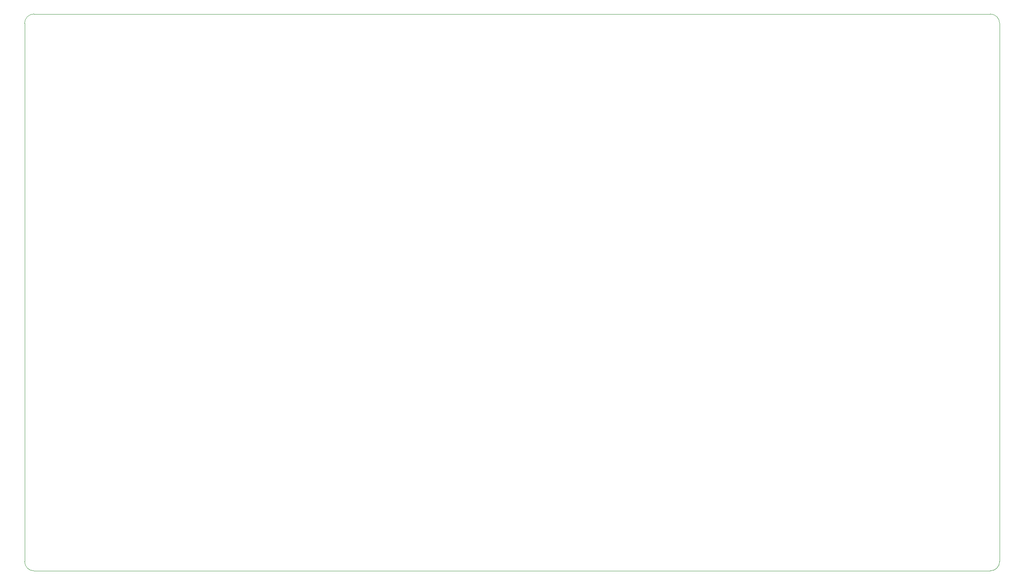
<source format=gm1>
%TF.GenerationSoftware,KiCad,Pcbnew,6.0.7-f9a2dced07~116~ubuntu20.04.1*%
%TF.CreationDate,2022-10-02T03:00:25-04:00*%
%TF.ProjectId,SSTC_Full_Bridge_Driver,53535443-5f46-4756-9c6c-5f4272696467,rev?*%
%TF.SameCoordinates,Original*%
%TF.FileFunction,Profile,NP*%
%FSLAX46Y46*%
G04 Gerber Fmt 4.6, Leading zero omitted, Abs format (unit mm)*
G04 Created by KiCad (PCBNEW 6.0.7-f9a2dced07~116~ubuntu20.04.1) date 2022-10-02 03:00:25*
%MOMM*%
%LPD*%
G01*
G04 APERTURE LIST*
%TA.AperFunction,Profile*%
%ADD10C,0.100000*%
%TD*%
G04 APERTURE END LIST*
D10*
X240000000Y-27000000D02*
G75*
G03*
X238000000Y-25000000I-1999999J1D01*
G01*
X238000000Y-145000000D02*
G75*
G03*
X240000000Y-143000000I1J1999999D01*
G01*
X30000000Y-143000000D02*
G75*
G03*
X32000000Y-145000000I1999999J-1D01*
G01*
X32000000Y-25000000D02*
G75*
G03*
X30000000Y-27000000I0J-2000000D01*
G01*
X238000000Y-25000000D02*
X32000000Y-25000000D01*
X240000000Y-27000000D02*
X240000000Y-143000000D01*
X30000000Y-27000000D02*
X30000000Y-143000000D01*
X238000000Y-145000000D02*
X32000000Y-145000000D01*
M02*

</source>
